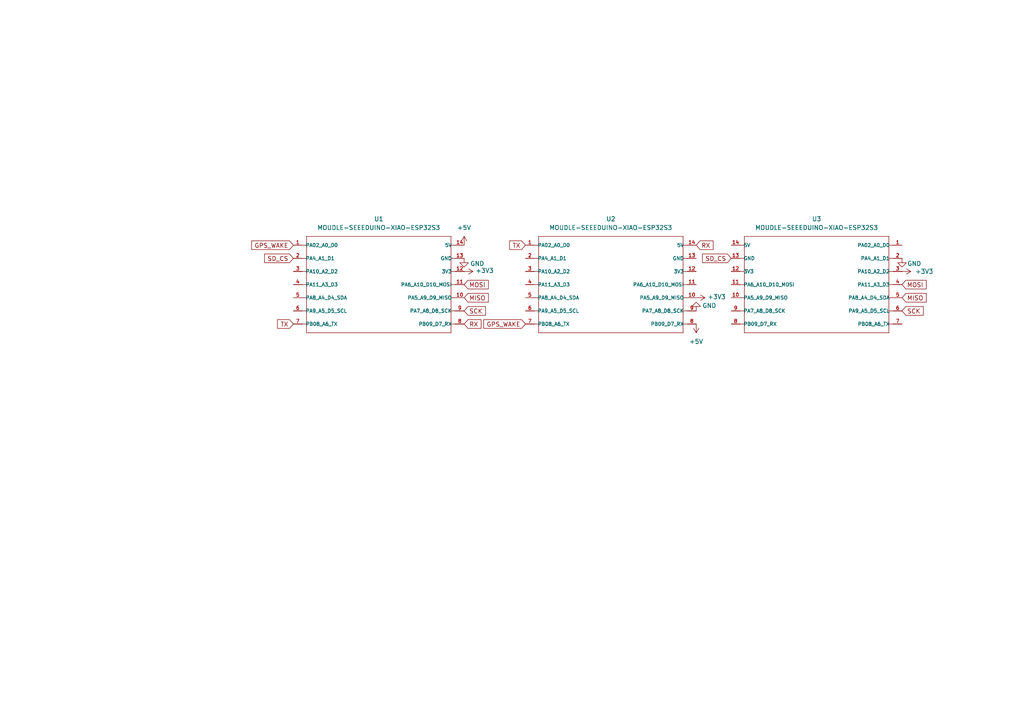
<source format=kicad_sch>
(kicad_sch
	(version 20231120)
	(generator "eeschema")
	(generator_version "8.0")
	(uuid "b8512636-d27b-427a-8252-a4053f536766")
	(paper "A4")
	(lib_symbols
		(symbol "MOUDLE-SEEEDUINO-XIAO-ESP32S3:MOUDLE-SEEEDUINO-XIAO-ESP32S3"
			(pin_names
				(offset 1.016)
			)
			(exclude_from_sim no)
			(in_bom yes)
			(on_board yes)
			(property "Reference" "U"
				(at -21.59 15.24 0)
				(effects
					(font
						(size 1.27 1.27)
					)
					(justify left bottom)
				)
			)
			(property "Value" "MOUDLE-SEEEDUINO-XIAO-ESP32S3"
				(at -21.59 13.97 0)
				(effects
					(font
						(size 1.27 1.27)
					)
					(justify left bottom)
				)
			)
			(property "Footprint" "MOUDLE14P-SMD-2.54-21X17.8MM"
				(at 0 0 0)
				(effects
					(font
						(size 1.27 1.27)
					)
					(justify bottom)
					(hide yes)
				)
			)
			(property "Datasheet" ""
				(at 0 0 0)
				(effects
					(font
						(size 1.27 1.27)
					)
					(hide yes)
				)
			)
			(property "Description" ""
				(at 0 0 0)
				(effects
					(font
						(size 1.27 1.27)
					)
					(hide yes)
				)
			)
			(symbol "MOUDLE-SEEEDUINO-XIAO-ESP32S3_0_0"
				(polyline
					(pts
						(xy -21.59 -13.97) (xy -21.59 0)
					)
					(stroke
						(width 0.1524)
						(type default)
					)
					(fill
						(type none)
					)
				)
				(polyline
					(pts
						(xy -21.59 -11.43) (xy -22.86 -11.43)
					)
					(stroke
						(width 0.1524)
						(type default)
					)
					(fill
						(type none)
					)
				)
				(polyline
					(pts
						(xy -21.59 -7.62) (xy -22.86 -7.62)
					)
					(stroke
						(width 0.1524)
						(type default)
					)
					(fill
						(type none)
					)
				)
				(polyline
					(pts
						(xy -21.59 -3.81) (xy -22.86 -3.81)
					)
					(stroke
						(width 0.1524)
						(type default)
					)
					(fill
						(type none)
					)
				)
				(polyline
					(pts
						(xy -21.59 0) (xy -22.86 0)
					)
					(stroke
						(width 0.1524)
						(type default)
					)
					(fill
						(type none)
					)
				)
				(polyline
					(pts
						(xy -21.59 0) (xy -21.59 3.81)
					)
					(stroke
						(width 0.1524)
						(type default)
					)
					(fill
						(type none)
					)
				)
				(polyline
					(pts
						(xy -21.59 3.81) (xy -22.86 3.81)
					)
					(stroke
						(width 0.1524)
						(type default)
					)
					(fill
						(type none)
					)
				)
				(polyline
					(pts
						(xy -21.59 3.81) (xy -21.59 7.62)
					)
					(stroke
						(width 0.1524)
						(type default)
					)
					(fill
						(type none)
					)
				)
				(polyline
					(pts
						(xy -21.59 7.62) (xy -22.86 7.62)
					)
					(stroke
						(width 0.1524)
						(type default)
					)
					(fill
						(type none)
					)
				)
				(polyline
					(pts
						(xy -21.59 7.62) (xy -21.59 11.43)
					)
					(stroke
						(width 0.1524)
						(type default)
					)
					(fill
						(type none)
					)
				)
				(polyline
					(pts
						(xy -21.59 11.43) (xy -22.86 11.43)
					)
					(stroke
						(width 0.1524)
						(type default)
					)
					(fill
						(type none)
					)
				)
				(polyline
					(pts
						(xy -21.59 11.43) (xy -21.59 13.97)
					)
					(stroke
						(width 0.1524)
						(type default)
					)
					(fill
						(type none)
					)
				)
				(polyline
					(pts
						(xy -21.59 13.97) (xy 20.32 13.97)
					)
					(stroke
						(width 0.1524)
						(type default)
					)
					(fill
						(type none)
					)
				)
				(polyline
					(pts
						(xy 20.32 -13.97) (xy -21.59 -13.97)
					)
					(stroke
						(width 0.1524)
						(type default)
					)
					(fill
						(type none)
					)
				)
				(polyline
					(pts
						(xy 20.32 3.81) (xy 20.32 -13.97)
					)
					(stroke
						(width 0.1524)
						(type default)
					)
					(fill
						(type none)
					)
				)
				(polyline
					(pts
						(xy 20.32 7.62) (xy 20.32 3.81)
					)
					(stroke
						(width 0.1524)
						(type default)
					)
					(fill
						(type none)
					)
				)
				(polyline
					(pts
						(xy 20.32 11.43) (xy 20.32 7.62)
					)
					(stroke
						(width 0.1524)
						(type default)
					)
					(fill
						(type none)
					)
				)
				(polyline
					(pts
						(xy 20.32 13.97) (xy 20.32 11.43)
					)
					(stroke
						(width 0.1524)
						(type default)
					)
					(fill
						(type none)
					)
				)
				(polyline
					(pts
						(xy 21.59 -11.43) (xy 20.32 -11.43)
					)
					(stroke
						(width 0.1524)
						(type default)
					)
					(fill
						(type none)
					)
				)
				(polyline
					(pts
						(xy 21.59 -7.62) (xy 20.32 -7.62)
					)
					(stroke
						(width 0.1524)
						(type default)
					)
					(fill
						(type none)
					)
				)
				(polyline
					(pts
						(xy 21.59 -3.81) (xy 20.32 -3.81)
					)
					(stroke
						(width 0.1524)
						(type default)
					)
					(fill
						(type none)
					)
				)
				(polyline
					(pts
						(xy 21.59 0) (xy 20.32 0)
					)
					(stroke
						(width 0.1524)
						(type default)
					)
					(fill
						(type none)
					)
				)
				(polyline
					(pts
						(xy 21.59 3.81) (xy 20.32 3.81)
					)
					(stroke
						(width 0.1524)
						(type default)
					)
					(fill
						(type none)
					)
				)
				(polyline
					(pts
						(xy 21.59 7.62) (xy 20.32 7.62)
					)
					(stroke
						(width 0.1524)
						(type default)
					)
					(fill
						(type none)
					)
				)
				(polyline
					(pts
						(xy 21.59 11.43) (xy 20.32 11.43)
					)
					(stroke
						(width 0.1524)
						(type default)
					)
					(fill
						(type none)
					)
				)
				(pin bidirectional line
					(at -25.4 11.43 0)
					(length 2.54)
					(name "PA02_A0_D0"
						(effects
							(font
								(size 1.016 1.016)
							)
						)
					)
					(number "1"
						(effects
							(font
								(size 1.016 1.016)
							)
						)
					)
				)
				(pin bidirectional line
					(at 24.13 -3.81 180)
					(length 2.54)
					(name "PA5_A9_D9_MISO"
						(effects
							(font
								(size 1.016 1.016)
							)
						)
					)
					(number "10"
						(effects
							(font
								(size 1.016 1.016)
							)
						)
					)
				)
				(pin bidirectional line
					(at 24.13 0 180)
					(length 2.54)
					(name "PA6_A10_D10_MOSI"
						(effects
							(font
								(size 1.016 1.016)
							)
						)
					)
					(number "11"
						(effects
							(font
								(size 1.016 1.016)
							)
						)
					)
				)
				(pin bidirectional line
					(at 24.13 3.81 180)
					(length 2.54)
					(name "3V3"
						(effects
							(font
								(size 1.016 1.016)
							)
						)
					)
					(number "12"
						(effects
							(font
								(size 1.016 1.016)
							)
						)
					)
				)
				(pin bidirectional line
					(at 24.13 7.62 180)
					(length 2.54)
					(name "GND"
						(effects
							(font
								(size 1.016 1.016)
							)
						)
					)
					(number "13"
						(effects
							(font
								(size 1.016 1.016)
							)
						)
					)
				)
				(pin bidirectional line
					(at 24.13 11.43 180)
					(length 2.54)
					(name "5V"
						(effects
							(font
								(size 1.016 1.016)
							)
						)
					)
					(number "14"
						(effects
							(font
								(size 1.016 1.016)
							)
						)
					)
				)
				(pin bidirectional line
					(at -25.4 7.62 0)
					(length 2.54)
					(name "PA4_A1_D1"
						(effects
							(font
								(size 1.016 1.016)
							)
						)
					)
					(number "2"
						(effects
							(font
								(size 1.016 1.016)
							)
						)
					)
				)
				(pin bidirectional line
					(at -25.4 3.81 0)
					(length 2.54)
					(name "PA10_A2_D2"
						(effects
							(font
								(size 1.016 1.016)
							)
						)
					)
					(number "3"
						(effects
							(font
								(size 1.016 1.016)
							)
						)
					)
				)
				(pin bidirectional line
					(at -25.4 0 0)
					(length 2.54)
					(name "PA11_A3_D3"
						(effects
							(font
								(size 1.016 1.016)
							)
						)
					)
					(number "4"
						(effects
							(font
								(size 1.016 1.016)
							)
						)
					)
				)
				(pin bidirectional line
					(at -25.4 -3.81 0)
					(length 2.54)
					(name "PA8_A4_D4_SDA"
						(effects
							(font
								(size 1.016 1.016)
							)
						)
					)
					(number "5"
						(effects
							(font
								(size 1.016 1.016)
							)
						)
					)
				)
				(pin bidirectional line
					(at -25.4 -7.62 0)
					(length 2.54)
					(name "PA9_A5_D5_SCL"
						(effects
							(font
								(size 1.016 1.016)
							)
						)
					)
					(number "6"
						(effects
							(font
								(size 1.016 1.016)
							)
						)
					)
				)
				(pin bidirectional line
					(at -25.4 -11.43 0)
					(length 2.54)
					(name "PB08_A6_TX"
						(effects
							(font
								(size 1.016 1.016)
							)
						)
					)
					(number "7"
						(effects
							(font
								(size 1.016 1.016)
							)
						)
					)
				)
				(pin bidirectional line
					(at 24.13 -11.43 180)
					(length 2.54)
					(name "PB09_D7_RX"
						(effects
							(font
								(size 1.016 1.016)
							)
						)
					)
					(number "8"
						(effects
							(font
								(size 1.016 1.016)
							)
						)
					)
				)
				(pin bidirectional line
					(at 24.13 -7.62 180)
					(length 2.54)
					(name "PA7_A8_D8_SCK"
						(effects
							(font
								(size 1.016 1.016)
							)
						)
					)
					(number "9"
						(effects
							(font
								(size 1.016 1.016)
							)
						)
					)
				)
			)
		)
		(symbol "power:+3V3"
			(power)
			(pin_numbers hide)
			(pin_names
				(offset 0) hide)
			(exclude_from_sim no)
			(in_bom yes)
			(on_board yes)
			(property "Reference" "#PWR"
				(at 0 -3.81 0)
				(effects
					(font
						(size 1.27 1.27)
					)
					(hide yes)
				)
			)
			(property "Value" "+3V3"
				(at 0 3.556 0)
				(effects
					(font
						(size 1.27 1.27)
					)
				)
			)
			(property "Footprint" ""
				(at 0 0 0)
				(effects
					(font
						(size 1.27 1.27)
					)
					(hide yes)
				)
			)
			(property "Datasheet" ""
				(at 0 0 0)
				(effects
					(font
						(size 1.27 1.27)
					)
					(hide yes)
				)
			)
			(property "Description" "Power symbol creates a global label with name \"+3V3\""
				(at 0 0 0)
				(effects
					(font
						(size 1.27 1.27)
					)
					(hide yes)
				)
			)
			(property "ki_keywords" "global power"
				(at 0 0 0)
				(effects
					(font
						(size 1.27 1.27)
					)
					(hide yes)
				)
			)
			(symbol "+3V3_0_1"
				(polyline
					(pts
						(xy -0.762 1.27) (xy 0 2.54)
					)
					(stroke
						(width 0)
						(type default)
					)
					(fill
						(type none)
					)
				)
				(polyline
					(pts
						(xy 0 0) (xy 0 2.54)
					)
					(stroke
						(width 0)
						(type default)
					)
					(fill
						(type none)
					)
				)
				(polyline
					(pts
						(xy 0 2.54) (xy 0.762 1.27)
					)
					(stroke
						(width 0)
						(type default)
					)
					(fill
						(type none)
					)
				)
			)
			(symbol "+3V3_1_1"
				(pin power_in line
					(at 0 0 90)
					(length 0)
					(name "~"
						(effects
							(font
								(size 1.27 1.27)
							)
						)
					)
					(number "1"
						(effects
							(font
								(size 1.27 1.27)
							)
						)
					)
				)
			)
		)
		(symbol "power:+5V"
			(power)
			(pin_numbers hide)
			(pin_names
				(offset 0) hide)
			(exclude_from_sim no)
			(in_bom yes)
			(on_board yes)
			(property "Reference" "#PWR"
				(at 0 -3.81 0)
				(effects
					(font
						(size 1.27 1.27)
					)
					(hide yes)
				)
			)
			(property "Value" "+5V"
				(at 0 3.556 0)
				(effects
					(font
						(size 1.27 1.27)
					)
				)
			)
			(property "Footprint" ""
				(at 0 0 0)
				(effects
					(font
						(size 1.27 1.27)
					)
					(hide yes)
				)
			)
			(property "Datasheet" ""
				(at 0 0 0)
				(effects
					(font
						(size 1.27 1.27)
					)
					(hide yes)
				)
			)
			(property "Description" "Power symbol creates a global label with name \"+5V\""
				(at 0 0 0)
				(effects
					(font
						(size 1.27 1.27)
					)
					(hide yes)
				)
			)
			(property "ki_keywords" "global power"
				(at 0 0 0)
				(effects
					(font
						(size 1.27 1.27)
					)
					(hide yes)
				)
			)
			(symbol "+5V_0_1"
				(polyline
					(pts
						(xy -0.762 1.27) (xy 0 2.54)
					)
					(stroke
						(width 0)
						(type default)
					)
					(fill
						(type none)
					)
				)
				(polyline
					(pts
						(xy 0 0) (xy 0 2.54)
					)
					(stroke
						(width 0)
						(type default)
					)
					(fill
						(type none)
					)
				)
				(polyline
					(pts
						(xy 0 2.54) (xy 0.762 1.27)
					)
					(stroke
						(width 0)
						(type default)
					)
					(fill
						(type none)
					)
				)
			)
			(symbol "+5V_1_1"
				(pin power_in line
					(at 0 0 90)
					(length 0)
					(name "~"
						(effects
							(font
								(size 1.27 1.27)
							)
						)
					)
					(number "1"
						(effects
							(font
								(size 1.27 1.27)
							)
						)
					)
				)
			)
		)
		(symbol "power:GND"
			(power)
			(pin_numbers hide)
			(pin_names
				(offset 0) hide)
			(exclude_from_sim no)
			(in_bom yes)
			(on_board yes)
			(property "Reference" "#PWR"
				(at 0 -6.35 0)
				(effects
					(font
						(size 1.27 1.27)
					)
					(hide yes)
				)
			)
			(property "Value" "GND"
				(at 0 -3.81 0)
				(effects
					(font
						(size 1.27 1.27)
					)
				)
			)
			(property "Footprint" ""
				(at 0 0 0)
				(effects
					(font
						(size 1.27 1.27)
					)
					(hide yes)
				)
			)
			(property "Datasheet" ""
				(at 0 0 0)
				(effects
					(font
						(size 1.27 1.27)
					)
					(hide yes)
				)
			)
			(property "Description" "Power symbol creates a global label with name \"GND\" , ground"
				(at 0 0 0)
				(effects
					(font
						(size 1.27 1.27)
					)
					(hide yes)
				)
			)
			(property "ki_keywords" "global power"
				(at 0 0 0)
				(effects
					(font
						(size 1.27 1.27)
					)
					(hide yes)
				)
			)
			(symbol "GND_0_1"
				(polyline
					(pts
						(xy 0 0) (xy 0 -1.27) (xy 1.27 -1.27) (xy 0 -2.54) (xy -1.27 -1.27) (xy 0 -1.27)
					)
					(stroke
						(width 0)
						(type default)
					)
					(fill
						(type none)
					)
				)
			)
			(symbol "GND_1_1"
				(pin power_in line
					(at 0 0 270)
					(length 0)
					(name "~"
						(effects
							(font
								(size 1.27 1.27)
							)
						)
					)
					(number "1"
						(effects
							(font
								(size 1.27 1.27)
							)
						)
					)
				)
			)
		)
	)
	(global_label "SD_CS"
		(shape input)
		(at 212.09 74.93 180)
		(fields_autoplaced yes)
		(effects
			(font
				(size 1.27 1.27)
			)
			(justify right)
		)
		(uuid "0c7b4126-df1c-426e-9904-f6f517352ecd")
		(property "Intersheetrefs" "${INTERSHEET_REFS}"
			(at 203.1782 74.93 0)
			(effects
				(font
					(size 1.27 1.27)
				)
				(justify right)
				(hide yes)
			)
		)
	)
	(global_label "SCK"
		(shape input)
		(at 134.62 90.17 0)
		(fields_autoplaced yes)
		(effects
			(font
				(size 1.27 1.27)
			)
			(justify left)
		)
		(uuid "3e05b936-5011-4928-8926-7e8dd37686c3")
		(property "Intersheetrefs" "${INTERSHEET_REFS}"
			(at 141.3547 90.17 0)
			(effects
				(font
					(size 1.27 1.27)
				)
				(justify left)
				(hide yes)
			)
		)
	)
	(global_label "TX"
		(shape input)
		(at 85.09 93.98 180)
		(fields_autoplaced yes)
		(effects
			(font
				(size 1.27 1.27)
			)
			(justify right)
		)
		(uuid "49cc272c-84fb-4a16-abe0-f596097acaaa")
		(property "Intersheetrefs" "${INTERSHEET_REFS}"
			(at 79.9277 93.98 0)
			(effects
				(font
					(size 1.27 1.27)
				)
				(justify right)
				(hide yes)
			)
		)
	)
	(global_label "SD_CS"
		(shape input)
		(at 85.09 74.93 180)
		(fields_autoplaced yes)
		(effects
			(font
				(size 1.27 1.27)
			)
			(justify right)
		)
		(uuid "73852adf-1a49-45a9-a9f6-7cf2f4f043c7")
		(property "Intersheetrefs" "${INTERSHEET_REFS}"
			(at 76.1782 74.93 0)
			(effects
				(font
					(size 1.27 1.27)
				)
				(justify right)
				(hide yes)
			)
		)
	)
	(global_label "MOSI"
		(shape input)
		(at 261.62 82.55 0)
		(fields_autoplaced yes)
		(effects
			(font
				(size 1.27 1.27)
			)
			(justify left)
		)
		(uuid "78bd22b7-2fc4-4747-aceb-793406236079")
		(property "Intersheetrefs" "${INTERSHEET_REFS}"
			(at 269.2014 82.55 0)
			(effects
				(font
					(size 1.27 1.27)
				)
				(justify left)
				(hide yes)
			)
		)
	)
	(global_label "GPS_WAKE"
		(shape input)
		(at 85.09 71.12 180)
		(fields_autoplaced yes)
		(effects
			(font
				(size 1.27 1.27)
			)
			(justify right)
		)
		(uuid "8d1a4213-93b5-4a45-b4eb-28cde927a14e")
		(property "Intersheetrefs" "${INTERSHEET_REFS}"
			(at 72.4287 71.12 0)
			(effects
				(font
					(size 1.27 1.27)
				)
				(justify right)
				(hide yes)
			)
		)
	)
	(global_label "MOSI"
		(shape input)
		(at 134.62 82.55 0)
		(fields_autoplaced yes)
		(effects
			(font
				(size 1.27 1.27)
			)
			(justify left)
		)
		(uuid "94ed6663-283a-4c42-b6a5-21a04835e765")
		(property "Intersheetrefs" "${INTERSHEET_REFS}"
			(at 142.2014 82.55 0)
			(effects
				(font
					(size 1.27 1.27)
				)
				(justify left)
				(hide yes)
			)
		)
	)
	(global_label "TX"
		(shape input)
		(at 152.4 71.12 180)
		(fields_autoplaced yes)
		(effects
			(font
				(size 1.27 1.27)
			)
			(justify right)
		)
		(uuid "95d33c91-d2d7-481c-a6e6-bad13375556d")
		(property "Intersheetrefs" "${INTERSHEET_REFS}"
			(at 147.2377 71.12 0)
			(effects
				(font
					(size 1.27 1.27)
				)
				(justify right)
				(hide yes)
			)
		)
	)
	(global_label "RX"
		(shape input)
		(at 134.62 93.98 0)
		(fields_autoplaced yes)
		(effects
			(font
				(size 1.27 1.27)
			)
			(justify left)
		)
		(uuid "a6ea87c2-ca61-4565-b4f2-cb341e86e93c")
		(property "Intersheetrefs" "${INTERSHEET_REFS}"
			(at 140.0847 93.98 0)
			(effects
				(font
					(size 1.27 1.27)
				)
				(justify left)
				(hide yes)
			)
		)
	)
	(global_label "MISO"
		(shape input)
		(at 261.62 86.36 0)
		(fields_autoplaced yes)
		(effects
			(font
				(size 1.27 1.27)
			)
			(justify left)
		)
		(uuid "d0ccc2c8-58b6-4846-912f-4e9fe3df2eeb")
		(property "Intersheetrefs" "${INTERSHEET_REFS}"
			(at 269.2014 86.36 0)
			(effects
				(font
					(size 1.27 1.27)
				)
				(justify left)
				(hide yes)
			)
		)
	)
	(global_label "RX"
		(shape input)
		(at 201.93 71.12 0)
		(fields_autoplaced yes)
		(effects
			(font
				(size 1.27 1.27)
			)
			(justify left)
		)
		(uuid "d51bce7a-b151-4d34-8341-1670df42f376")
		(property "Intersheetrefs" "${INTERSHEET_REFS}"
			(at 207.3947 71.12 0)
			(effects
				(font
					(size 1.27 1.27)
				)
				(justify left)
				(hide yes)
			)
		)
	)
	(global_label "GPS_WAKE"
		(shape input)
		(at 152.4 93.98 180)
		(fields_autoplaced yes)
		(effects
			(font
				(size 1.27 1.27)
			)
			(justify right)
		)
		(uuid "e1c63c82-709a-436c-a46b-2e3ddf2312ca")
		(property "Intersheetrefs" "${INTERSHEET_REFS}"
			(at 139.7387 93.98 0)
			(effects
				(font
					(size 1.27 1.27)
				)
				(justify right)
				(hide yes)
			)
		)
	)
	(global_label "MISO"
		(shape input)
		(at 134.62 86.36 0)
		(fields_autoplaced yes)
		(effects
			(font
				(size 1.27 1.27)
			)
			(justify left)
		)
		(uuid "f824f33a-bdb6-467b-aac5-2c526fe9c835")
		(property "Intersheetrefs" "${INTERSHEET_REFS}"
			(at 142.2014 86.36 0)
			(effects
				(font
					(size 1.27 1.27)
				)
				(justify left)
				(hide yes)
			)
		)
	)
	(global_label "SCK"
		(shape input)
		(at 261.62 90.17 0)
		(fields_autoplaced yes)
		(effects
			(font
				(size 1.27 1.27)
			)
			(justify left)
		)
		(uuid "f971868f-b930-4912-b052-0fdcbb9ba5aa")
		(property "Intersheetrefs" "${INTERSHEET_REFS}"
			(at 268.3547 90.17 0)
			(effects
				(font
					(size 1.27 1.27)
				)
				(justify left)
				(hide yes)
			)
		)
	)
	(symbol
		(lib_id "power:GND")
		(at 201.93 90.17 0)
		(mirror x)
		(unit 1)
		(exclude_from_sim no)
		(in_bom yes)
		(on_board yes)
		(dnp no)
		(uuid "1253ba22-a2a8-4920-9b75-1052cc69ebcf")
		(property "Reference" "#PWR04"
			(at 201.93 83.82 0)
			(effects
				(font
					(size 1.27 1.27)
				)
				(hide yes)
			)
		)
		(property "Value" "GND"
			(at 205.74 88.646 0)
			(effects
				(font
					(size 1.27 1.27)
				)
			)
		)
		(property "Footprint" ""
			(at 201.93 90.17 0)
			(effects
				(font
					(size 1.27 1.27)
				)
				(hide yes)
			)
		)
		(property "Datasheet" ""
			(at 201.93 90.17 0)
			(effects
				(font
					(size 1.27 1.27)
				)
				(hide yes)
			)
		)
		(property "Description" "Power symbol creates a global label with name \"GND\" , ground"
			(at 201.93 90.17 0)
			(effects
				(font
					(size 1.27 1.27)
				)
				(hide yes)
			)
		)
		(pin "1"
			(uuid "1d96b368-ac10-40e9-abae-f0283d61830a")
		)
		(instances
			(project "warwalker-xiao-flex"
				(path "/b8512636-d27b-427a-8252-a4053f536766"
					(reference "#PWR04")
					(unit 1)
				)
			)
		)
	)
	(symbol
		(lib_id "power:+3V3")
		(at 201.93 86.36 270)
		(mirror x)
		(unit 1)
		(exclude_from_sim no)
		(in_bom yes)
		(on_board yes)
		(dnp no)
		(uuid "264caec6-e30d-4747-be71-cf19ee1cc5e9")
		(property "Reference" "#PWR07"
			(at 198.12 86.36 0)
			(effects
				(font
					(size 1.27 1.27)
				)
				(hide yes)
			)
		)
		(property "Value" "+3V3"
			(at 205.232 86.106 90)
			(effects
				(font
					(size 1.27 1.27)
				)
				(justify left)
			)
		)
		(property "Footprint" ""
			(at 201.93 86.36 0)
			(effects
				(font
					(size 1.27 1.27)
				)
				(hide yes)
			)
		)
		(property "Datasheet" ""
			(at 201.93 86.36 0)
			(effects
				(font
					(size 1.27 1.27)
				)
				(hide yes)
			)
		)
		(property "Description" "Power symbol creates a global label with name \"+3V3\""
			(at 201.93 86.36 0)
			(effects
				(font
					(size 1.27 1.27)
				)
				(hide yes)
			)
		)
		(pin "1"
			(uuid "6df0ecdc-f22c-407a-bff7-e4c585d6d22e")
		)
		(instances
			(project "warwalker-xiao-flex"
				(path "/b8512636-d27b-427a-8252-a4053f536766"
					(reference "#PWR07")
					(unit 1)
				)
			)
		)
	)
	(symbol
		(lib_id "power:+3V3")
		(at 134.62 78.74 270)
		(mirror x)
		(unit 1)
		(exclude_from_sim no)
		(in_bom yes)
		(on_board yes)
		(dnp no)
		(uuid "96b04c21-8d6c-4417-9a93-f10e0c591e0f")
		(property "Reference" "#PWR08"
			(at 130.81 78.74 0)
			(effects
				(font
					(size 1.27 1.27)
				)
				(hide yes)
			)
		)
		(property "Value" "+3V3"
			(at 137.922 78.486 90)
			(effects
				(font
					(size 1.27 1.27)
				)
				(justify left)
			)
		)
		(property "Footprint" ""
			(at 134.62 78.74 0)
			(effects
				(font
					(size 1.27 1.27)
				)
				(hide yes)
			)
		)
		(property "Datasheet" ""
			(at 134.62 78.74 0)
			(effects
				(font
					(size 1.27 1.27)
				)
				(hide yes)
			)
		)
		(property "Description" "Power symbol creates a global label with name \"+3V3\""
			(at 134.62 78.74 0)
			(effects
				(font
					(size 1.27 1.27)
				)
				(hide yes)
			)
		)
		(pin "1"
			(uuid "100782c3-e086-4f7c-84c8-cd85912ccda8")
		)
		(instances
			(project "warwalker-xiao-flex"
				(path "/b8512636-d27b-427a-8252-a4053f536766"
					(reference "#PWR08")
					(unit 1)
				)
			)
		)
	)
	(symbol
		(lib_id "power:GND")
		(at 261.62 74.93 0)
		(unit 1)
		(exclude_from_sim no)
		(in_bom yes)
		(on_board yes)
		(dnp no)
		(uuid "9d9c06a2-8305-4a15-8efd-1ca47a7c0959")
		(property "Reference" "#PWR05"
			(at 261.62 81.28 0)
			(effects
				(font
					(size 1.27 1.27)
				)
				(hide yes)
			)
		)
		(property "Value" "GND"
			(at 265.176 76.454 0)
			(effects
				(font
					(size 1.27 1.27)
				)
			)
		)
		(property "Footprint" ""
			(at 261.62 74.93 0)
			(effects
				(font
					(size 1.27 1.27)
				)
				(hide yes)
			)
		)
		(property "Datasheet" ""
			(at 261.62 74.93 0)
			(effects
				(font
					(size 1.27 1.27)
				)
				(hide yes)
			)
		)
		(property "Description" "Power symbol creates a global label with name \"GND\" , ground"
			(at 261.62 74.93 0)
			(effects
				(font
					(size 1.27 1.27)
				)
				(hide yes)
			)
		)
		(pin "1"
			(uuid "009eba5d-3d0a-4813-927a-29870126a6e3")
		)
		(instances
			(project "warwalker-xiao-flex"
				(path "/b8512636-d27b-427a-8252-a4053f536766"
					(reference "#PWR05")
					(unit 1)
				)
			)
		)
	)
	(symbol
		(lib_id "power:+5V")
		(at 134.62 71.12 0)
		(unit 1)
		(exclude_from_sim no)
		(in_bom yes)
		(on_board yes)
		(dnp no)
		(fields_autoplaced yes)
		(uuid "a8b7cd22-2cc2-41ac-a854-d2be5abc72e8")
		(property "Reference" "#PWR01"
			(at 134.62 74.93 0)
			(effects
				(font
					(size 1.27 1.27)
				)
				(hide yes)
			)
		)
		(property "Value" "+5V"
			(at 134.62 66.04 0)
			(effects
				(font
					(size 1.27 1.27)
				)
			)
		)
		(property "Footprint" ""
			(at 134.62 71.12 0)
			(effects
				(font
					(size 1.27 1.27)
				)
				(hide yes)
			)
		)
		(property "Datasheet" ""
			(at 134.62 71.12 0)
			(effects
				(font
					(size 1.27 1.27)
				)
				(hide yes)
			)
		)
		(property "Description" "Power symbol creates a global label with name \"+5V\""
			(at 134.62 71.12 0)
			(effects
				(font
					(size 1.27 1.27)
				)
				(hide yes)
			)
		)
		(pin "1"
			(uuid "fcf9cbf1-98df-4925-9a5d-159e187eefcb")
		)
		(instances
			(project ""
				(path "/b8512636-d27b-427a-8252-a4053f536766"
					(reference "#PWR01")
					(unit 1)
				)
			)
		)
	)
	(symbol
		(lib_id "MOUDLE-SEEEDUINO-XIAO-ESP32S3:MOUDLE-SEEEDUINO-XIAO-ESP32S3")
		(at 110.49 82.55 0)
		(unit 1)
		(exclude_from_sim no)
		(in_bom yes)
		(on_board yes)
		(dnp no)
		(fields_autoplaced yes)
		(uuid "aaf40459-8927-4046-bfaa-dad18de43734")
		(property "Reference" "U1"
			(at 109.855 63.5 0)
			(effects
				(font
					(size 1.27 1.27)
				)
			)
		)
		(property "Value" "MOUDLE-SEEEDUINO-XIAO-ESP32S3"
			(at 109.855 66.04 0)
			(effects
				(font
					(size 1.27 1.27)
				)
			)
		)
		(property "Footprint" "MOUDLE14P-SMD-2.54-21X17.8MM"
			(at 110.49 82.55 0)
			(effects
				(font
					(size 1.27 1.27)
				)
				(justify bottom)
				(hide yes)
			)
		)
		(property "Datasheet" ""
			(at 110.49 82.55 0)
			(effects
				(font
					(size 1.27 1.27)
				)
				(hide yes)
			)
		)
		(property "Description" ""
			(at 110.49 82.55 0)
			(effects
				(font
					(size 1.27 1.27)
				)
				(hide yes)
			)
		)
		(pin "9"
			(uuid "4e19e3bf-ec0b-4d85-b265-1ee9eba12f7e")
		)
		(pin "1"
			(uuid "cf7e4c4a-07f4-4923-8cb0-a60059a1014e")
		)
		(pin "3"
			(uuid "17ef7f37-e173-467d-87f2-c8dc325e47d3")
		)
		(pin "14"
			(uuid "4467bf07-4d9a-4f5b-9026-b6187f133881")
		)
		(pin "6"
			(uuid "01a0fc39-724d-4f5f-9e58-679f3c07eec5")
		)
		(pin "13"
			(uuid "fd013bb3-3e57-469e-823f-361d0dcd00c7")
		)
		(pin "8"
			(uuid "e433bf77-2b3c-49ee-ab8d-a8233edaf97c")
		)
		(pin "11"
			(uuid "4cac3ecd-2f01-4d4a-aad3-6cc27ede812d")
		)
		(pin "7"
			(uuid "d6b599e1-3be7-4511-872d-1ec8a7284b41")
		)
		(pin "2"
			(uuid "acd8a00b-ab91-42df-af89-c51e40b4a3f8")
		)
		(pin "10"
			(uuid "8172b6a0-a880-47b8-b379-3935b84676ea")
		)
		(pin "4"
			(uuid "ca00f706-e2a1-49cd-b864-d057d6799f44")
		)
		(pin "5"
			(uuid "71525734-f856-4815-93cd-b25aed0b93a2")
		)
		(pin "12"
			(uuid "83955341-8bd1-4bbe-878e-f8ab928990ee")
		)
		(instances
			(project ""
				(path "/b8512636-d27b-427a-8252-a4053f536766"
					(reference "U1")
					(unit 1)
				)
			)
		)
	)
	(symbol
		(lib_id "power:+3V3")
		(at 261.62 78.74 270)
		(unit 1)
		(exclude_from_sim no)
		(in_bom yes)
		(on_board yes)
		(dnp no)
		(fields_autoplaced yes)
		(uuid "afd6a97e-dcf6-4bf2-867f-af8a9f271bfb")
		(property "Reference" "#PWR06"
			(at 257.81 78.74 0)
			(effects
				(font
					(size 1.27 1.27)
				)
				(hide yes)
			)
		)
		(property "Value" "+3V3"
			(at 265.43 78.7399 90)
			(effects
				(font
					(size 1.27 1.27)
				)
				(justify left)
			)
		)
		(property "Footprint" ""
			(at 261.62 78.74 0)
			(effects
				(font
					(size 1.27 1.27)
				)
				(hide yes)
			)
		)
		(property "Datasheet" ""
			(at 261.62 78.74 0)
			(effects
				(font
					(size 1.27 1.27)
				)
				(hide yes)
			)
		)
		(property "Description" "Power symbol creates a global label with name \"+3V3\""
			(at 261.62 78.74 0)
			(effects
				(font
					(size 1.27 1.27)
				)
				(hide yes)
			)
		)
		(pin "1"
			(uuid "0400fc50-de48-4cbd-95a7-fa6f445fee07")
		)
		(instances
			(project ""
				(path "/b8512636-d27b-427a-8252-a4053f536766"
					(reference "#PWR06")
					(unit 1)
				)
			)
		)
	)
	(symbol
		(lib_id "power:GND")
		(at 134.62 74.93 0)
		(unit 1)
		(exclude_from_sim no)
		(in_bom yes)
		(on_board yes)
		(dnp no)
		(uuid "d12a2591-c544-402b-9676-93f72354a3e5")
		(property "Reference" "#PWR03"
			(at 134.62 81.28 0)
			(effects
				(font
					(size 1.27 1.27)
				)
				(hide yes)
			)
		)
		(property "Value" "GND"
			(at 138.43 76.454 0)
			(effects
				(font
					(size 1.27 1.27)
				)
			)
		)
		(property "Footprint" ""
			(at 134.62 74.93 0)
			(effects
				(font
					(size 1.27 1.27)
				)
				(hide yes)
			)
		)
		(property "Datasheet" ""
			(at 134.62 74.93 0)
			(effects
				(font
					(size 1.27 1.27)
				)
				(hide yes)
			)
		)
		(property "Description" "Power symbol creates a global label with name \"GND\" , ground"
			(at 134.62 74.93 0)
			(effects
				(font
					(size 1.27 1.27)
				)
				(hide yes)
			)
		)
		(pin "1"
			(uuid "eef104c4-2f24-4a5c-b1a2-204d7ef11bf9")
		)
		(instances
			(project ""
				(path "/b8512636-d27b-427a-8252-a4053f536766"
					(reference "#PWR03")
					(unit 1)
				)
			)
		)
	)
	(symbol
		(lib_id "MOUDLE-SEEEDUINO-XIAO-ESP32S3:MOUDLE-SEEEDUINO-XIAO-ESP32S3")
		(at 177.8 82.55 0)
		(unit 1)
		(exclude_from_sim no)
		(in_bom yes)
		(on_board yes)
		(dnp no)
		(uuid "d55e489c-c3c0-4cc9-b855-5b61a8de4638")
		(property "Reference" "U2"
			(at 177.165 63.5 0)
			(effects
				(font
					(size 1.27 1.27)
				)
			)
		)
		(property "Value" "MOUDLE-SEEEDUINO-XIAO-ESP32S3"
			(at 177.165 66.04 0)
			(effects
				(font
					(size 1.27 1.27)
				)
			)
		)
		(property "Footprint" "MOUDLE14P-SMD-2.54-21X17.8MM"
			(at 177.8 82.55 0)
			(effects
				(font
					(size 1.27 1.27)
				)
				(justify bottom)
				(hide yes)
			)
		)
		(property "Datasheet" ""
			(at 177.8 82.55 0)
			(effects
				(font
					(size 1.27 1.27)
				)
				(hide yes)
			)
		)
		(property "Description" ""
			(at 177.8 82.55 0)
			(effects
				(font
					(size 1.27 1.27)
				)
				(hide yes)
			)
		)
		(pin "9"
			(uuid "66f51b5a-ee6b-4864-95e2-33e1f6d6ef48")
		)
		(pin "1"
			(uuid "6717931b-9e23-4acb-ac79-d197fe140bc4")
		)
		(pin "3"
			(uuid "9df08a3c-e3df-4277-9154-eb2862d014ef")
		)
		(pin "14"
			(uuid "fbafb93f-9913-401a-a75c-9d519dd777c8")
		)
		(pin "6"
			(uuid "2464ed25-12ac-47c0-a336-2f76f9f20fa6")
		)
		(pin "13"
			(uuid "5da6f1e1-5c76-412d-a0f3-6463808ba3b9")
		)
		(pin "8"
			(uuid "6636cce8-cd26-4263-be87-dc07552f0bd8")
		)
		(pin "11"
			(uuid "f1d2778c-dbd5-445f-9ea5-86b68cda500f")
		)
		(pin "7"
			(uuid "e91f84b4-1077-438d-b3ec-f3c847c994b5")
		)
		(pin "2"
			(uuid "9f83eba9-ec1c-427e-972d-a693c650910f")
		)
		(pin "10"
			(uuid "ca1cc60e-6b89-48e9-84a3-153c1b664637")
		)
		(pin "4"
			(uuid "9d0f1b9a-3512-4571-8239-5bfd76553314")
		)
		(pin "5"
			(uuid "cc70f7ea-e275-4bab-a934-92880d4cc851")
		)
		(pin "12"
			(uuid "f5f9536e-e6e1-47fb-8d9c-4753d66fc122")
		)
		(instances
			(project "warwalker-xiao-flex"
				(path "/b8512636-d27b-427a-8252-a4053f536766"
					(reference "U2")
					(unit 1)
				)
			)
		)
	)
	(symbol
		(lib_id "power:+5V")
		(at 201.93 93.98 0)
		(mirror x)
		(unit 1)
		(exclude_from_sim no)
		(in_bom yes)
		(on_board yes)
		(dnp no)
		(fields_autoplaced yes)
		(uuid "dcd0a6a1-5cf9-46f2-880c-8d753aaeb299")
		(property "Reference" "#PWR02"
			(at 201.93 90.17 0)
			(effects
				(font
					(size 1.27 1.27)
				)
				(hide yes)
			)
		)
		(property "Value" "+5V"
			(at 201.93 99.06 0)
			(effects
				(font
					(size 1.27 1.27)
				)
			)
		)
		(property "Footprint" ""
			(at 201.93 93.98 0)
			(effects
				(font
					(size 1.27 1.27)
				)
				(hide yes)
			)
		)
		(property "Datasheet" ""
			(at 201.93 93.98 0)
			(effects
				(font
					(size 1.27 1.27)
				)
				(hide yes)
			)
		)
		(property "Description" "Power symbol creates a global label with name \"+5V\""
			(at 201.93 93.98 0)
			(effects
				(font
					(size 1.27 1.27)
				)
				(hide yes)
			)
		)
		(pin "1"
			(uuid "9a135460-e34f-47ed-9974-3d9dcaaa74ab")
		)
		(instances
			(project "warwalker-xiao-flex"
				(path "/b8512636-d27b-427a-8252-a4053f536766"
					(reference "#PWR02")
					(unit 1)
				)
			)
		)
	)
	(symbol
		(lib_id "MOUDLE-SEEEDUINO-XIAO-ESP32S3:MOUDLE-SEEEDUINO-XIAO-ESP32S3")
		(at 236.22 82.55 0)
		(mirror y)
		(unit 1)
		(exclude_from_sim no)
		(in_bom yes)
		(on_board yes)
		(dnp no)
		(uuid "faa37558-21c8-4207-8547-1026345ae016")
		(property "Reference" "U3"
			(at 236.855 63.5 0)
			(effects
				(font
					(size 1.27 1.27)
				)
			)
		)
		(property "Value" "MOUDLE-SEEEDUINO-XIAO-ESP32S3"
			(at 236.855 66.04 0)
			(effects
				(font
					(size 1.27 1.27)
				)
			)
		)
		(property "Footprint" "MOUDLE14P-SMD-2.54-21X17.8MM"
			(at 236.22 82.55 0)
			(effects
				(font
					(size 1.27 1.27)
				)
				(justify bottom)
				(hide yes)
			)
		)
		(property "Datasheet" ""
			(at 236.22 82.55 0)
			(effects
				(font
					(size 1.27 1.27)
				)
				(hide yes)
			)
		)
		(property "Description" ""
			(at 236.22 82.55 0)
			(effects
				(font
					(size 1.27 1.27)
				)
				(hide yes)
			)
		)
		(pin "9"
			(uuid "a0c1b968-b28a-4489-a9f3-54995e9f169d")
		)
		(pin "1"
			(uuid "0345e260-b762-4e29-9eb9-4771a2d1852d")
		)
		(pin "3"
			(uuid "b8c93f3f-7c4e-4ee0-97b3-1b9bc146aa63")
		)
		(pin "14"
			(uuid "4a15e0f8-44fb-42c5-be50-e4115ab24d3a")
		)
		(pin "6"
			(uuid "e9123486-04af-46fe-a6b8-c4140ce21ff0")
		)
		(pin "13"
			(uuid "8c331a3f-1914-4dae-816a-c49ca4770737")
		)
		(pin "8"
			(uuid "69ea6c5f-0587-4873-9cbf-59b4cab601a5")
		)
		(pin "11"
			(uuid "c4f5be29-0b1b-4967-b576-f06a027a42e1")
		)
		(pin "7"
			(uuid "ff290363-44f9-4889-a1d2-103955cff3c7")
		)
		(pin "2"
			(uuid "8294cb13-6595-4015-96ae-c9d9b14c3207")
		)
		(pin "10"
			(uuid "7c1c6393-6eba-4f6c-9b46-b6f219d3de46")
		)
		(pin "4"
			(uuid "c5e6a42f-c159-4761-bbba-d515b6d6e677")
		)
		(pin "5"
			(uuid "20c952ab-eb3f-424f-b0c2-2dae38f411cd")
		)
		(pin "12"
			(uuid "8743467b-fe7c-44ab-b48a-bc7e3cd65b5b")
		)
		(instances
			(project "warwalker-xiao-flex"
				(path "/b8512636-d27b-427a-8252-a4053f536766"
					(reference "U3")
					(unit 1)
				)
			)
		)
	)
	(sheet_instances
		(path "/"
			(page "1")
		)
	)
)

</source>
